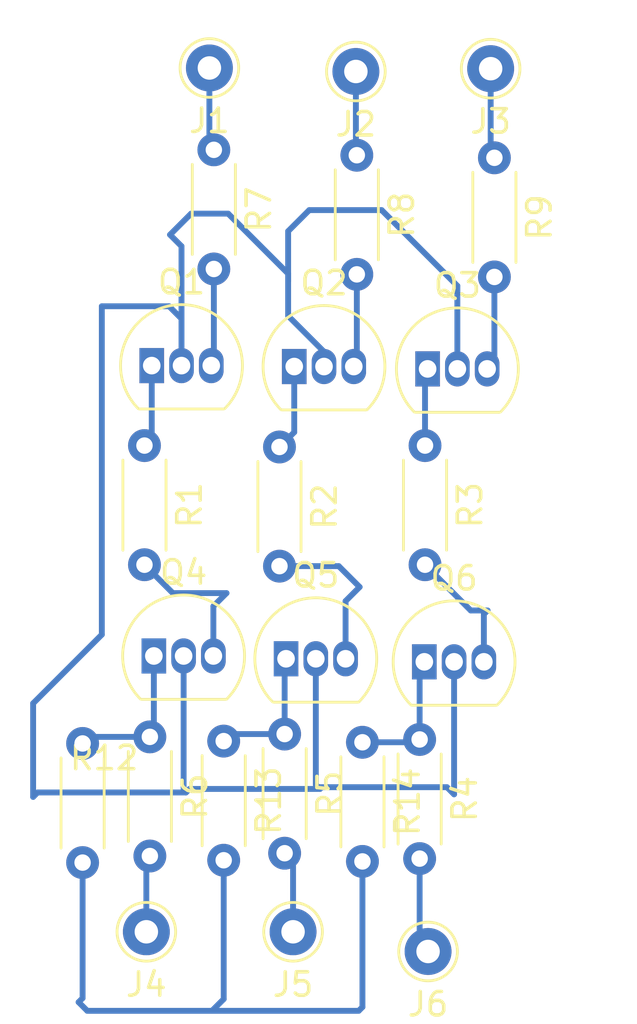
<source format=kicad_pcb>
(kicad_pcb (version 20221018) (generator pcbnew)
  (layers (0 "F.Cu" signal) (31 "B.Cu" signal) (34 "B.Paste" user) (35 "F.Paste" user) (36 "B.SilkS" user "B.Silkscreen") (37 "F.SilkS" user "F.Silkscreen") (38 "B.Mask" user) (39 "F.Mask" user) (44 "Edge.Cuts" user))
  (net 0 "")
  (net 1 "Net-(Q1-E)")
  (net 2 "Net-(Q4-B)")
  (net 3 "Net-(Q2-E)")
  (net 4 "Net-(Q5-B)")
  (net 5 "Net-(Q3-E)")
  (net 6 "Net-(Q6-B)")
  (net 7 "Net-(Q6-E)")
  (net 8 "Net-(J6-Pin_1)")
  (net 9 "Net-(Q5-E)")
  (net 10 "Net-(J5-Pin_1)")
  (net 11 "Net-(Q4-E)")
  (net 12 "Net-(J4-Pin_1)")
  (net 13 "Net-(J1-Pin_1)")
  (net 14 "Net-(Q1-B)")
  (net 15 "Net-(J2-Pin_1)")
  (net 16 "Net-(Q2-B)")
  (net 17 "Net-(J3-Pin_1)")
  (net 18 "Net-(Q3-B)")
  (net 19 "-BATT")
  (net 20 "+BATT")
  (footprint "Resistor_THT:R_Axial_DIN0204_L3.6mm_D1.6mm_P5.08mm_Horizontal" (layer "F.Cu") (at 123.26 36.38 -90)
    (fp_text reference "R7" (at 2.54 -1.92 90) (layer "F.SilkS"))
    (fp_text value "100k")
    (fp_line (start 0.62 -0.92) (end 4.46 -0.92) (stroke (width 0.12)) (layer "F.SilkS"))
    (fp_line (start 0.62 0.92) (end 4.46 0.92) (stroke (width 0.12)) (layer "F.SilkS"))
    (pad "1" thru_hole circle (at 0 0 270) (size 1.4 1.4) (drill 0.7) (layers "*.Cu" "*.Mask") (net 13 "Net-(J1-Pin_1)"))
    (pad "2" thru_hole oval (at 5.08 0 270) (size 1.4 1.4) (drill 0.7) (layers "*.Cu" "*.Mask") (net 14 "Net-(Q1-B)"))
  )
  (footprint "Resistor_THT:R_Axial_DIN0204_L3.6mm_D1.6mm_P5.08mm_Horizontal" (layer "F.Cu") (at 132.27 48.99 -90)
    (fp_text reference "R3" (at 2.54 -1.92 90) (layer "F.SilkS"))
    (fp_text value "100k")
    (fp_line (start 0.62 -0.92) (end 4.46 -0.92) (stroke (width 0.12)) (layer "F.SilkS"))
    (fp_line (start 0.62 0.92) (end 4.46 0.92) (stroke (width 0.12)) (layer "F.SilkS"))
    (pad "1" thru_hole circle (at 0 0 270) (size 1.4 1.4) (drill 0.7) (layers "*.Cu" "*.Mask") (net 5 "Net-(Q3-E)"))
    (pad "2" thru_hole oval (at 5.08 0 270) (size 1.4 1.4) (drill 0.7) (layers "*.Cu" "*.Mask") (net 6 "Net-(Q6-B)"))
  )
  (footprint "Package_TO_SOT_THT:TO-92_Inline" (layer "F.Cu") (at 126.34 58.08)
    (fp_text reference "Q5" (at 1.27 -3.56) (layer "F.SilkS"))
    (fp_text value "2SC1815")
    (fp_line (start -0.53 1.85) (end 3.07 1.85) (stroke (width 0.12)) (layer "F.SilkS"))
    (fp_arc (start -0.568478 1.838478) (mid -1.132087 -0.994977) (end 1.27 -2.6) (stroke (width 0.12)) (layer "F.SilkS"))
    (fp_arc (start 1.27 -2.6) (mid 3.672087 -0.994977) (end 3.108478 1.838478) (stroke (width 0.12)) (layer "F.SilkS"))
    (pad "1" thru_hole rect (at 0 0) (size 1.05 1.5) (drill 0.75) (layers "*.Cu" "*.Mask") (net 9 "Net-(Q5-E)"))
    (pad "2" thru_hole oval (at 1.27 0) (size 1.05 1.5) (drill 0.75) (layers "*.Cu" "*.Mask") (net 20 "+BATT"))
    (pad "3" thru_hole oval (at 2.54 0) (size 1.05 1.5) (drill 0.75) (layers "*.Cu" "*.Mask") (net 4 "Net-(Q5-B)"))
  )
  (footprint "Package_TO_SOT_THT:TO-92_Inline" (layer "F.Cu") (at 120.61 45.58)
    (fp_text reference "Q1" (at 1.27 -3.56) (layer "F.SilkS"))
    (fp_text value "2SC1815")
    (fp_line (start -0.53 1.85) (end 3.07 1.85) (stroke (width 0.12)) (layer "F.SilkS"))
    (fp_arc (start -0.568478 1.838478) (mid -1.132087 -0.994977) (end 1.27 -2.6) (stroke (width 0.12)) (layer "F.SilkS"))
    (fp_arc (start 1.27 -2.6) (mid 3.672087 -0.994977) (end 3.108478 1.838478) (stroke (width 0.12)) (layer "F.SilkS"))
    (pad "1" thru_hole rect (at 0 0) (size 1.05 1.5) (drill 0.75) (layers "*.Cu" "*.Mask") (net 1 "Net-(Q1-E)"))
    (pad "2" thru_hole oval (at 1.27 0) (size 1.05 1.5) (drill 0.75) (layers "*.Cu" "*.Mask") (net 20 "+BATT"))
    (pad "3" thru_hole oval (at 2.54 0) (size 1.05 1.5) (drill 0.75) (layers "*.Cu" "*.Mask") (net 14 "Net-(Q1-B)"))
  )
  (footprint "Resistor_THT:R_Axial_DIN0204_L3.6mm_D1.6mm_P5.08mm_Horizontal" (layer "F.Cu") (at 135.23 36.72 -90)
    (fp_text reference "R9" (at 2.54 -1.92 90) (layer "F.SilkS"))
    (fp_text value "100k")
    (fp_line (start 0.62 -0.92) (end 4.46 -0.92) (stroke (width 0.12)) (layer "F.SilkS"))
    (fp_line (start 0.62 0.92) (end 4.46 0.92) (stroke (width 0.12)) (layer "F.SilkS"))
    (pad "1" thru_hole circle (at 0 0 270) (size 1.4 1.4) (drill 0.7) (layers "*.Cu" "*.Mask") (net 17 "Net-(J3-Pin_1)"))
    (pad "2" thru_hole oval (at 5.08 0 270) (size 1.4 1.4) (drill 0.7) (layers "*.Cu" "*.Mask") (net 18 "Net-(Q3-B)"))
  )
  (footprint "Package_TO_SOT_THT:TO-92_Inline" (layer "F.Cu") (at 120.7 57.96)
    (fp_text reference "Q4" (at 1.27 -3.56) (layer "F.SilkS"))
    (fp_text value "2SC1815")
    (fp_line (start -0.53 1.85) (end 3.07 1.85) (stroke (width 0.12)) (layer "F.SilkS"))
    (fp_arc (start -0.568478 1.838478) (mid -1.132087 -0.994977) (end 1.27 -2.6) (stroke (width 0.12)) (layer "F.SilkS"))
    (fp_arc (start 1.27 -2.6) (mid 3.672087 -0.994977) (end 3.108478 1.838478) (stroke (width 0.12)) (layer "F.SilkS"))
    (pad "1" thru_hole rect (at 0 0) (size 1.05 1.5) (drill 0.75) (layers "*.Cu" "*.Mask") (net 11 "Net-(Q4-E)"))
    (pad "2" thru_hole oval (at 1.27 0) (size 1.05 1.5) (drill 0.75) (layers "*.Cu" "*.Mask") (net 20 "+BATT"))
    (pad "3" thru_hole oval (at 2.54 0) (size 1.05 1.5) (drill 0.75) (layers "*.Cu" "*.Mask") (net 2 "Net-(Q4-B)"))
  )
  (footprint "Resistor_THT:R_Axial_DIN0204_L3.6mm_D1.6mm_P5.08mm_Horizontal" (layer "F.Cu") (at 126.28 61.29 -90)
    (fp_text reference "R5" (at 2.54 -1.92 90) (layer "F.SilkS"))
    (fp_text value "100k")
    (fp_line (start 0.62 -0.92) (end 4.46 -0.92) (stroke (width 0.12)) (layer "F.SilkS"))
    (fp_line (start 0.62 0.92) (end 4.46 0.92) (stroke (width 0.12)) (layer "F.SilkS"))
    (pad "1" thru_hole circle (at 0 0 270) (size 1.4 1.4) (drill 0.7) (layers "*.Cu" "*.Mask") (net 9 "Net-(Q5-E)"))
    (pad "2" thru_hole oval (at 5.08 0 270) (size 1.4 1.4) (drill 0.7) (layers "*.Cu" "*.Mask") (net 10 "Net-(J5-Pin_1)"))
  )
  (footprint "Resistor_THT:R_Axial_DIN0204_L3.6mm_D1.6mm_P5.08mm_Horizontal" (layer "F.Cu") (at 120.53 61.41 -90)
    (fp_text reference "R6" (at 2.54 -1.92 90) (layer "F.SilkS"))
    (fp_text value "100k")
    (fp_line (start 0.62 -0.92) (end 4.46 -0.92) (stroke (width 0.12)) (layer "F.SilkS"))
    (fp_line (start 0.62 0.92) (end 4.46 0.92) (stroke (width 0.12)) (layer "F.SilkS"))
    (pad "1" thru_hole circle (at 0 0 270) (size 1.4 1.4) (drill 0.7) (layers "*.Cu" "*.Mask") (net 11 "Net-(Q4-E)"))
    (pad "2" thru_hole oval (at 5.08 0 270) (size 1.4 1.4) (drill 0.7) (layers "*.Cu" "*.Mask") (net 12 "Net-(J4-Pin_1)"))
  )
  (footprint "Resistor_THT:R_Axial_DIN0204_L3.6mm_D1.6mm_P5.08mm_Horizontal" (layer "F.Cu") (at 126.06 49.05 -90)
    (fp_text reference "R2" (at 2.54 -1.92 90) (layer "F.SilkS"))
    (fp_text value "100k")
    (fp_line (start 0.62 -0.92) (end 4.46 -0.92) (stroke (width 0.12)) (layer "F.SilkS"))
    (fp_line (start 0.62 0.92) (end 4.46 0.92) (stroke (width 0.12)) (layer "F.SilkS"))
    (pad "1" thru_hole circle (at 0 0 270) (size 1.4 1.4) (drill 0.7) (layers "*.Cu" "*.Mask") (net 3 "Net-(Q2-E)"))
    (pad "2" thru_hole oval (at 5.08 0 270) (size 1.4 1.4) (drill 0.7) (layers "*.Cu" "*.Mask") (net 4 "Net-(Q5-B)"))
  )
  (footprint "Connector_Pin:Pin_D1.0mm_L10.0mm" (layer "F.Cu") (at 126.64 69.72)
    (fp_text reference "J5" (at 0 2.25) (layer "F.SilkS"))
    (fp_text value "Conn_01x01_Pin")
    (fp_circle (center 0 0) (end 1.25 0.05) (stroke (width 0.12)) (fill none) (layer "F.SilkS"))
    (pad "1" thru_hole circle (at 0 0) (size 2 2) (drill 1) (layers "*.Cu" "*.Mask") (net 10 "Net-(J5-Pin_1)"))
  )
  (footprint "Connector_Pin:Pin_D1.0mm_L10.0mm" (layer "F.Cu") (at 123.07 32.89)
    (fp_text reference "J1" (at 0 2.25) (layer "F.SilkS"))
    (fp_text value "Conn_01x01_Pin")
    (fp_circle (center 0 0) (end 1.25 0.05) (stroke (width 0.12)) (fill none) (layer "F.SilkS"))
    (pad "1" thru_hole circle (at 0 0) (size 2 2) (drill 1) (layers "*.Cu" "*.Mask") (net 13 "Net-(J1-Pin_1)"))
  )
  (footprint "Package_TO_SOT_THT:TO-92_Inline" (layer "F.Cu") (at 132.38 45.72)
    (fp_text reference "Q3" (at 1.27 -3.56) (layer "F.SilkS"))
    (fp_text value "2SC1815")
    (fp_line (start -0.53 1.85) (end 3.07 1.85) (stroke (width 0.12)) (layer "F.SilkS"))
    (fp_arc (start -0.568478 1.838478) (mid -1.132087 -0.994977) (end 1.27 -2.6) (stroke (width 0.12)) (layer "F.SilkS"))
    (fp_arc (start 1.27 -2.6) (mid 3.672087 -0.994977) (end 3.108478 1.838478) (stroke (width 0.12)) (layer "F.SilkS"))
    (pad "1" thru_hole rect (at 0 0) (size 1.05 1.5) (drill 0.75) (layers "*.Cu" "*.Mask") (net 5 "Net-(Q3-E)"))
    (pad "2" thru_hole oval (at 1.27 0) (size 1.05 1.5) (drill 0.75) (layers "*.Cu" "*.Mask") (net 20 "+BATT"))
    (pad "3" thru_hole oval (at 2.54 0) (size 1.05 1.5) (drill 0.75) (layers "*.Cu" "*.Mask") (net 18 "Net-(Q3-B)"))
  )
  (footprint "Connector_Pin:Pin_D1.0mm_L10.0mm" (layer "F.Cu") (at 132.4 70.56)
    (fp_text reference "J6" (at 0 2.25) (layer "F.SilkS"))
    (fp_text value "Conn_01x01_Pin")
    (fp_circle (center 0 0) (end 1.25 0.05) (stroke (width 0.12)) (fill none) (layer "F.SilkS"))
    (pad "1" thru_hole circle (at 0 0) (size 2 2) (drill 1) (layers "*.Cu" "*.Mask") (net 8 "Net-(J6-Pin_1)"))
  )
  (footprint "Connector_Pin:Pin_D1.0mm_L10.0mm" (layer "F.Cu") (at 135.07 32.92)
    (fp_text reference "J3" (at 0 2.25) (layer "F.SilkS"))
    (fp_text value "Conn_01x01_Pin")
    (fp_circle (center 0 0) (end 1.25 0.05) (stroke (width 0.12)) (fill none) (layer "F.SilkS"))
    (pad "1" thru_hole circle (at 0 0) (size 2 2) (drill 1) (layers "*.Cu" "*.Mask") (net 17 "Net-(J3-Pin_1)"))
  )
  (footprint "Resistor_THT:R_Axial_DIN0204_L3.6mm_D1.6mm_P5.08mm_Horizontal" (layer "F.Cu") (at 129.6 61.64 -90)
    (fp_text reference "R14" (at 2.54 -1.92 90) (layer "F.SilkS"))
    (fp_text value "100k")
    (fp_line (start 0.62 -0.92) (end 4.46 -0.92) (stroke (width 0.12)) (layer "F.SilkS"))
    (fp_line (start 0.62 0.92) (end 4.46 0.92) (stroke (width 0.12)) (layer "F.SilkS"))
    (pad "1" thru_hole circle (at 0 0 270) (size 1.4 1.4) (drill 0.7) (layers "*.Cu" "*.Mask") (net 7 "Net-(Q6-E)"))
    (pad "2" thru_hole oval (at 5.08 0 270) (size 1.4 1.4) (drill 0.7) (layers "*.Cu" "*.Mask") (net 19 "-BATT"))
  )
  (footprint "Resistor_THT:R_Axial_DIN0204_L3.6mm_D1.6mm_P5.08mm_Horizontal" (layer "F.Cu") (at 123.68 61.59 -90)
    (fp_text reference "R13" (at 2.54 -1.92 90) (layer "F.SilkS"))
    (fp_text value "100k")
    (fp_line (start 0.62 -0.92) (end 4.46 -0.92) (stroke (width 0.12)) (layer "F.SilkS"))
    (fp_line (start 0.62 0.92) (end 4.46 0.92) (stroke (width 0.12)) (layer "F.SilkS"))
    (pad "1" thru_hole circle (at 0 0 270) (size 1.4 1.4) (drill 0.7) (layers "*.Cu" "*.Mask") (net 9 "Net-(Q5-E)"))
    (pad "2" thru_hole oval (at 5.08 0 270) (size 1.4 1.4) (drill 0.7) (layers "*.Cu" "*.Mask") (net 19 "-BATT"))
  )
  (footprint "Resistor_THT:R_Axial_DIN0204_L3.6mm_D1.6mm_P5.08mm_Horizontal" (layer "F.Cu") (at 120.3 48.99 -90)
    (fp_text reference "R1" (at 2.54 -1.92 90) (layer "F.SilkS"))
    (fp_text value "100k")
    (fp_line (start 0.62 -0.92) (end 4.46 -0.92) (stroke (width 0.12)) (layer "F.SilkS"))
    (fp_line (start 0.62 0.92) (end 4.46 0.92) (stroke (width 0.12)) (layer "F.SilkS"))
    (pad "1" thru_hole circle (at 0 0 270) (size 1.4 1.4) (drill 0.7) (layers "*.Cu" "*.Mask") (net 1 "Net-(Q1-E)"))
    (pad "2" thru_hole oval (at 5.08 0 270) (size 1.4 1.4) (drill 0.7) (layers "*.Cu" "*.Mask") (net 2 "Net-(Q4-B)"))
  )
  (footprint "Package_TO_SOT_THT:TO-92_Inline" (layer "F.Cu") (at 126.69 45.62)
    (fp_text reference "Q2" (at 1.27 -3.56) (layer "F.SilkS"))
    (fp_text value "2SC1815")
    (fp_line (start -0.53 1.85) (end 3.07 1.85) (stroke (width 0.12)) (layer "F.SilkS"))
    (fp_arc (start -0.568478 1.838478) (mid -1.132087 -0.994977) (end 1.27 -2.6) (stroke (width 0.12)) (layer "F.SilkS"))
    (fp_arc (start 1.27 -2.6) (mid 3.672087 -0.994977) (end 3.108478 1.838478) (stroke (width 0.12)) (layer "F.SilkS"))
    (pad "1" thru_hole rect (at 0 0) (size 1.05 1.5) (drill 0.75) (layers "*.Cu" "*.Mask") (net 3 "Net-(Q2-E)"))
    (pad "2" thru_hole oval (at 1.27 0) (size 1.05 1.5) (drill 0.75) (layers "*.Cu" "*.Mask") (net 20 "+BATT"))
    (pad "3" thru_hole oval (at 2.54 0) (size 1.05 1.5) (drill 0.75) (layers "*.Cu" "*.Mask") (net 16 "Net-(Q2-B)"))
  )
  (footprint "Package_TO_SOT_THT:TO-92_Inline" (layer "F.Cu") (at 132.24 58.21)
    (fp_text reference "Q6" (at 1.27 -3.56) (layer "F.SilkS"))
    (fp_text value "2SC1815")
    (fp_line (start -0.53 1.85) (end 3.07 1.85) (stroke (width 0.12)) (layer "F.SilkS"))
    (fp_arc (start -0.568478 1.838478) (mid -1.132087 -0.994977) (end 1.27 -2.6) (stroke (width 0.12)) (layer "F.SilkS"))
    (fp_arc (start 1.27 -2.6) (mid 3.672087 -0.994977) (end 3.108478 1.838478) (stroke (width 0.12)) (layer "F.SilkS"))
    (pad "1" thru_hole rect (at 0 0) (size 1.05 1.5) (drill 0.75) (layers "*.Cu" "*.Mask") (net 7 "Net-(Q6-E)"))
    (pad "2" thru_hole oval (at 1.27 0) (size 1.05 1.5) (drill 0.75) (layers "*.Cu" "*.Mask") (net 20 "+BATT"))
    (pad "3" thru_hole oval (at 2.54 0) (size 1.05 1.5) (drill 0.75) (layers "*.Cu" "*.Mask") (net 6 "Net-(Q6-B)"))
  )
  (footprint "Connector_Pin:Pin_D1.0mm_L10.0mm" (layer "F.Cu") (at 129.32 33.04)
    (fp_text reference "J2" (at 0 2.25) (layer "F.SilkS"))
    (fp_text value "Conn_01x01_Pin")
    (fp_circle (center 0 0) (end 1.25 0.05) (stroke (width 0.12)) (fill none) (layer "F.SilkS"))
    (pad "1" thru_hole circle (at 0 0) (size 2 2) (drill 1) (layers "*.Cu" "*.Mask") (net 15 "Net-(J2-Pin_1)"))
  )
  (footprint "Connector_Pin:Pin_D1.0mm_L10.0mm" (layer "F.Cu") (at 120.38 69.72)
    (fp_text reference "J4" (at 0 2.25) (layer "F.SilkS"))
    (fp_text value "Conn_01x01_Pin")
    (fp_circle (center 0 0) (end 1.25 0.05) (stroke (width 0.12)) (fill none) (layer "F.SilkS"))
    (pad "1" thru_hole circle (at 0 0) (size 2 2) (drill 1) (layers "*.Cu" "*.Mask") (net 12 "Net-(J4-Pin_1)"))
  )
  (footprint "Resistor_THT:R_Axial_DIN0204_L3.6mm_D1.6mm_P5.08mm_Horizontal" (layer "F.Cu") (at 132.04 61.52 -90)
    (fp_text reference "R4" (at 2.54 -1.92 90) (layer "F.SilkS"))
    (fp_text value "100k")
    (fp_line (start 0.62 -0.92) (end 4.46 -0.92) (stroke (width 0.12)) (layer "F.SilkS"))
    (fp_line (start 0.62 0.92) (end 4.46 0.92) (stroke (width 0.12)) (layer "F.SilkS"))
    (pad "1" thru_hole circle (at 0 0 270) (size 1.4 1.4) (drill 0.7) (layers "*.Cu" "*.Mask") (net 7 "Net-(Q6-E)"))
    (pad "2" thru_hole oval (at 5.08 0 270) (size 1.4 1.4) (drill 0.7) (layers "*.Cu" "*.Mask") (net 8 "Net-(J6-Pin_1)"))
  )
  (footprint "Resistor_THT:R_Axial_DIN0204_L3.6mm_D1.6mm_P5.08mm_Horizontal" (layer "F.Cu") (at 117.66 61.69 -90)
    (fp_text reference "R12" (at 0.62 -0.92) (layer "F.SilkS"))
    (fp_text value "100k")
    (fp_line (start 0.62 -0.92) (end 4.46 -0.92) (stroke (width 0.12)) (layer "F.SilkS"))
    (fp_line (start 0.62 0.92) (end 4.46 0.92) (stroke (width 0.12)) (layer "F.SilkS"))
    (pad "1" thru_hole circle (at 0 0 270) (size 1.4 1.4) (drill 0.7) (layers "*.Cu" "*.Mask") (net 11 "Net-(Q4-E)"))
    (pad "2" thru_hole oval (at 5.08 0 270) (size 1.4 1.4) (drill 0.7) (layers "*.Cu" "*.Mask") (net 19 "-BATT"))
  )
  (footprint "Resistor_THT:R_Axial_DIN0204_L3.6mm_D1.6mm_P5.08mm_Horizontal" (layer "F.Cu") (at 129.36 36.61 -90)
    (fp_text reference "R8" (at 2.54 -1.92 90) (layer "F.SilkS"))
    (fp_text value "100k")
    (fp_line (start 0.62 -0.92) (end 4.46 -0.92) (stroke (width 0.12)) (layer "F.SilkS"))
    (fp_line (start 0.62 0.92) (end 4.46 0.92) (stroke (width 0.12)) (layer "F.SilkS"))
    (pad "1" thru_hole circle (at 0 0 270) (size 1.4 1.4) (drill 0.7) (layers "*.Cu" "*.Mask") (net 15 "Net-(J2-Pin_1)"))
    (pad "2" thru_hole oval (at 5.08 0 270) (size 1.4 1.4) (drill 0.7) (layers "*.Cu" "*.Mask") (net 16 "Net-(Q2-B)"))
  )
  (segment (start 120.61 48.68) (end 120.3 48.99) (width 0.25) (layer "B.Cu") (net 1))
  (segment (start 120.61 45.58) (end 120.61 48.68) (width 0.25) (layer "B.Cu") (net 1))
  (segment (start 123.8 55.28) (end 123.24 55.84) (width 0.25) (layer "B.Cu") (net 2))
  (segment (start 121.51 55.28) (end 123.8 55.28) (width 0.25) (layer "B.Cu") (net 2))
  (segment (start 120.3 54.07) (end 121.51 55.28) (width 0.25) (layer "B.Cu") (net 2))
  (segment (start 123.24 55.84) (end 123.24 57.96) (width 0.25) (layer "B.Cu") (net 2))
  (segment (start 126.69 48.42) (end 126.06 49.05) (width 0.25) (layer "B.Cu") (net 3))
  (segment (start 126.69 45.62) (end 126.69 48.42) (width 0.25) (layer "B.Cu") (net 3))
  (segment (start 129.48 55.02) (end 128.88 55.62) (width 0.25) (layer "B.Cu") (net 4))
  (segment (start 126.06 54.13) (end 128.59 54.13) (width 0.25) (layer "B.Cu") (net 4))
  (segment (start 128.59 54.13) (end 129.48 55.02) (width 0.25) (layer "B.Cu") (net 4))
  (segment (start 128.88 55.62) (end 128.88 58.08) (width 0.25) (layer "B.Cu") (net 4))
  (segment (start 132.27 45.83) (end 132.38 45.72) (width 0.25) (layer "B.Cu") (net 5))
  (segment (start 132.27 48.99) (end 132.27 45.83) (width 0.25) (layer "B.Cu") (net 5))
  (segment (start 132.27 54.07) (end 134.22 56.02) (width 0.25) (layer "B.Cu") (net 6))
  (segment (start 134.78 56.18) (end 134.78 58.21) (width 0.25) (layer "B.Cu") (net 6))
  (segment (start 134.22 56.02) (end 134.94 56.02) (width 0.25) (layer "B.Cu") (net 6))
  (segment (start 134.94 56.02) (end 134.78 56.18) (width 0.25) (layer "B.Cu") (net 6))
  (segment (start 132.04 58.41) (end 132.24 58.21) (width 0.25) (layer "B.Cu") (net 7))
  (segment (start 131.92 61.64) (end 132.04 61.52) (width 0.25) (layer "B.Cu") (net 7))
  (segment (start 132.04 61.52) (end 132.04 58.41) (width 0.25) (layer "B.Cu") (net 7))
  (segment (start 129.6 61.64) (end 131.92 61.64) (width 0.25) (layer "B.Cu") (net 7))
  (segment (start 132.04 66.6) (end 132.04 70.2) (width 0.25) (layer "B.Cu") (net 8))
  (segment (start 132.04 70.2) (end 132.4 70.56) (width 0.25) (layer "B.Cu") (net 8))
  (segment (start 123.98 61.29) (end 123.68 61.59) (width 0.25) (layer "B.Cu") (net 9))
  (segment (start 126.28 58.14) (end 126.34 58.08) (width 0.25) (layer "B.Cu") (net 9))
  (segment (start 126.28 61.29) (end 123.98 61.29) (width 0.25) (layer "B.Cu") (net 9))
  (segment (start 126.28 61.29) (end 126.28 58.14) (width 0.25) (layer "B.Cu") (net 9))
  (segment (start 126.64 69.72) (end 126.64 66.73) (width 0.25) (layer "B.Cu") (net 10))
  (segment (start 126.64 66.73) (end 126.28 66.37) (width 0.25) (layer "B.Cu") (net 10))
  (segment (start 120.7 57.96) (end 120.7 61.24) (width 0.25) (layer "B.Cu") (net 11))
  (segment (start 120.7 61.24) (end 120.53 61.41) (width 0.25) (layer "B.Cu") (net 11))
  (segment (start 120.53 61.41) (end 117.94 61.41) (width 0.25) (layer "B.Cu") (net 11))
  (segment (start 117.94 61.41) (end 117.66 61.69) (width 0.25) (layer "B.Cu") (net 11))
  (segment (start 120.38 69.72) (end 120.38 66.64) (width 0.25) (layer "B.Cu") (net 12))
  (segment (start 120.38 66.64) (end 120.53 66.49) (width 0.25) (layer "B.Cu") (net 12))
  (segment (start 123.07 36.19) (end 123.26 36.38) (width 0.25) (layer "B.Cu") (net 13))
  (segment (start 123.07 32.89) (end 123.07 36.19) (width 0.25) (layer "B.Cu") (net 13))
  (segment (start 123.26 41.46) (end 123.26 45.47) (width 0.25) (layer "B.Cu") (net 14))
  (segment (start 123.26 45.47) (end 123.15 45.58) (width 0.25) (layer "B.Cu") (net 14))
  (segment (start 129.32 36.57) (end 129.36 36.61) (width 0.25) (layer "B.Cu") (net 15))
  (segment (start 129.32 33.04) (end 129.32 36.57) (width 0.25) (layer "B.Cu") (net 15))
  (segment (start 129.36 41.69) (end 129.36 45.49) (width 0.25) (layer "B.Cu") (net 16))
  (segment (start 129.36 45.49) (end 129.23 45.62) (width 0.25) (layer "B.Cu") (net 16))
  (segment (start 135.07 32.92) (end 135.07 36.56) (width 0.25) (layer "B.Cu") (net 17))
  (segment (start 135.07 36.56) (end 135.23 36.72) (width 0.25) (layer "B.Cu") (net 17))
  (segment (start 135.23 41.8) (end 135.23 45.41) (width 0.25) (layer "B.Cu") (net 18))
  (segment (start 135.23 45.41) (end 134.92 45.72) (width 0.25) (layer "B.Cu") (net 18))
  (segment (start 117.49 72.72) (end 117.86 73.09) (width 0.25) (layer "B.Cu") (net 19))
  (segment (start 123.18 73.09) (end 129.44 73.09) (width 0.25) (layer "B.Cu") (net 19))
  (segment (start 129.6 72.93) (end 129.6 66.72) (width 0.25) (layer "B.Cu") (net 19))
  (segment (start 117.86 73.09) (end 123.18 73.09) (width 0.25) (layer "B.Cu") (net 19))
  (segment (start 129.44 73.09) (end 129.6 72.93) (width 0.25) (layer "B.Cu") (net 19))
  (segment (start 117.66 66.77) (end 117.66 72.55) (width 0.25) (layer "B.Cu") (net 19))
  (segment (start 117.66 72.55) (end 117.49 72.72) (width 0.25) (layer "B.Cu") (net 19))
  (segment (start 123.68 72.59) (end 123.68 66.67) (width 0.25) (layer "B.Cu") (net 19))
  (segment (start 123.18 73.09) (end 123.68 72.59) (width 0.25) (layer "B.Cu") (net 19))
  (segment (start 122.07 63.78) (end 115.74 63.78) (width 0.25) (layer "B.Cu") (net 20))
  (segment (start 123.87 39.1) (end 122.29 39.1) (width 0.25) (layer "B.Cu") (net 20))
  (segment (start 133.65 45.72) (end 133.65 42.18) (width 0.25) (layer "B.Cu") (net 20))
  (segment (start 115.55 63.97) (end 115.55 59.98) (width 0.25) (layer "B.Cu") (net 20))
  (segment (start 127.79 63.63) (end 127.715 63.555) (width 0.25) (layer "B.Cu") (net 20))
  (segment (start 133.51 63.86) (end 133.51 58.21) (width 0.25) (layer "B.Cu") (net 20))
  (segment (start 121.35 43.05) (end 121.88 43.58) (width 0.25) (layer "B.Cu") (net 20))
  (segment (start 127.33 38.95) (end 126.43 39.85) (width 0.25) (layer "B.Cu") (net 20))
  (segment (start 118.48 57.05) (end 118.48 43.05) (width 0.25) (layer "B.Cu") (net 20))
  (segment (start 126.43 39.85) (end 126.43 41.96) (width 0.25) (layer "B.Cu") (net 20))
  (segment (start 133.65 42.18) (end 130.42 38.95) (width 0.25) (layer "B.Cu") (net 20))
  (segment (start 121.88 43.58) (end 121.88 45.58) (width 0.25) (layer "B.Cu") (net 20))
  (segment (start 133.205 63.555) (end 133.51 63.86) (width 0.25) (layer "B.Cu") (net 20))
  (segment (start 126.43 41.96) (end 126.43 43.46) (width 0.25) (layer "B.Cu") (net 20))
  (segment (start 121.97 63.68) (end 122.07 63.78) (width 0.25) (layer "B.Cu") (net 20))
  (segment (start 127.715 63.555) (end 133.205 63.555) (width 0.25) (layer "B.Cu") (net 20))
  (segment (start 126.43 41.96) (end 126.43 41.66) (width 0.25) (layer "B.Cu") (net 20))
  (segment (start 115.55 59.98) (end 118.48 57.05) (width 0.25) (layer "B.Cu") (net 20))
  (segment (start 122.07 63.78) (end 122.22 63.63) (width 0.25) (layer "B.Cu") (net 20))
  (segment (start 127.96 44.99) (end 127.96 45.62) (width 0.25) (layer "B.Cu") (net 20))
  (segment (start 126.43 43.46) (end 127.96 44.99) (width 0.25) (layer "B.Cu") (net 20))
  (segment (start 130.42 38.95) (end 127.33 38.95) (width 0.25) (layer "B.Cu") (net 20))
  (segment (start 115.74 63.78) (end 115.55 63.97) (width 0.25) (layer "B.Cu") (net 20))
  (segment (start 122.29 39.1) (end 121.39 40) (width 0.25) (layer "B.Cu") (net 20))
  (segment (start 127.715 63.555) (end 127.61 63.45) (width 0.25) (layer "B.Cu") (net 20))
  (segment (start 122.22 63.63) (end 127.79 63.63) (width 0.25) (layer "B.Cu") (net 20))
  (segment (start 118.48 43.05) (end 121.35 43.05) (width 0.25) (layer "B.Cu") (net 20))
  (segment (start 121.97 57.96) (end 121.97 63.68) (width 0.25) (layer "B.Cu") (net 20))
  (segment (start 121.39 40) (end 121.88 40.49) (width 0.25) (layer "B.Cu") (net 20))
  (segment (start 127.61 63.45) (end 127.61 58.08) (width 0.25) (layer "B.Cu") (net 20))
  (segment (start 121.88 40.49) (end 121.88 43.58) (width 0.25) (layer "B.Cu") (net 20))
  (segment (start 126.43 41.66) (end 123.87 39.1) (width 0.25) (layer "B.Cu") (net 20))
)
</source>
